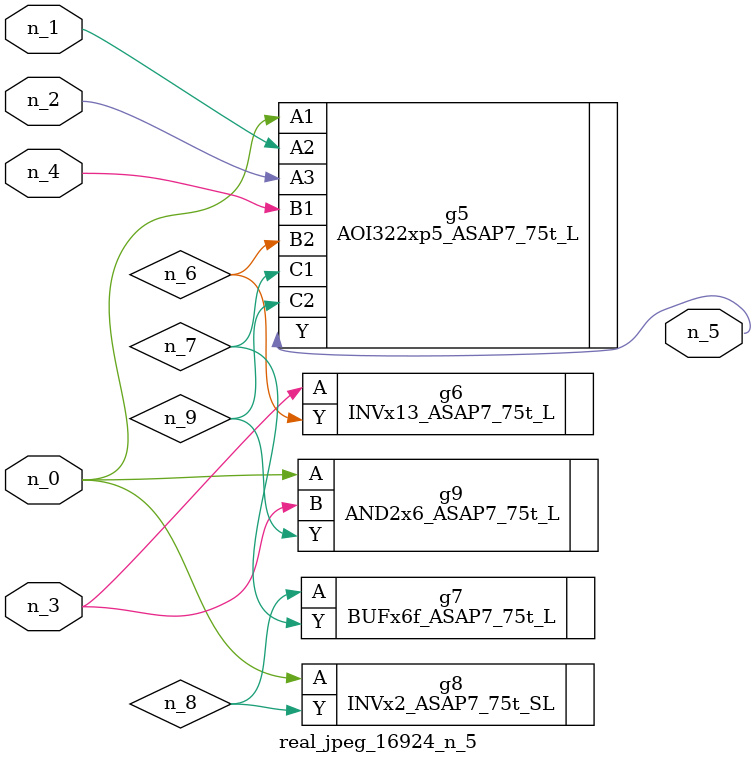
<source format=v>
module real_jpeg_16924_n_5 (n_4, n_0, n_1, n_2, n_3, n_5);

input n_4;
input n_0;
input n_1;
input n_2;
input n_3;

output n_5;

wire n_8;
wire n_6;
wire n_7;
wire n_9;

AOI322xp5_ASAP7_75t_L g5 ( 
.A1(n_0),
.A2(n_1),
.A3(n_2),
.B1(n_4),
.B2(n_6),
.C1(n_7),
.C2(n_9),
.Y(n_5)
);

INVx2_ASAP7_75t_SL g8 ( 
.A(n_0),
.Y(n_8)
);

AND2x6_ASAP7_75t_L g9 ( 
.A(n_0),
.B(n_3),
.Y(n_9)
);

INVx13_ASAP7_75t_L g6 ( 
.A(n_3),
.Y(n_6)
);

BUFx6f_ASAP7_75t_L g7 ( 
.A(n_8),
.Y(n_7)
);


endmodule
</source>
